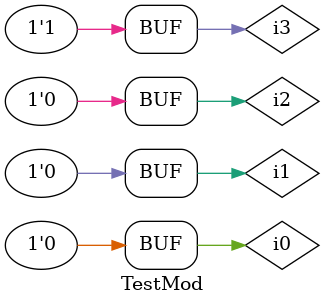
<source format=v>

module EncoderMod(i0, i1, i2, i3, o1, o0);
   input i0, i1, i2, i3;
   output o1, o0;

   or(o1, i2, i3);
   or(o0, i1, i3);
endmodule

module TestMod;
   reg i0, i1, i2, i3;
   wire o1, o0;

   EncoderMod my_encoder(i0, i1, i2, i3, o1, o0);

   initial begin
      $display("Time  i0  i1  i2  i3   o1  o0");
      $display("----  --------------   ------");
      $monitor("   %0d   %b   %b   %b   %b    %b   %b",
         $time, i0, i1, i2, i3, o1, o0);
   end

   initial begin
      i0 = 1; i1 = 0; i2 = 0; i3 = 0;   // initially 1000
      #1;                               // wait 1 cycle
      i0 = 0; i1 = 1; i2 = 0; i3 = 0;   // becomes 0100
      #1;                               // wait 1 cycle
      i0 = 0; i1 = 0; i2 = 1; i3 = 0;   // becomes 0010
      #1;                               // wait 1 cycle
      i0 = 0; i1 = 0; i2 = 0; i3 = 1;   // becomes 0001
      #1;                               // wait 1 cycle
      i0 = 1; i1 = 0; i2 = 0; i3 = 0;   // back to 1000
      #1;                               // wait 1 cycle
      i0 = 0; i1 = 1; i2 = 0; i3 = 0;   // becomes 0100
      #1;                               // wait 1 cycle
      i0 = 0; i1 = 0; i2 = 1; i3 = 0;   // becomes 0010
      #1;                               // wait 1 cycle
      i0 = 0; i1 = 0; i2 = 0; i3 = 1;   // becomes 0001
   end
endmodule

</source>
